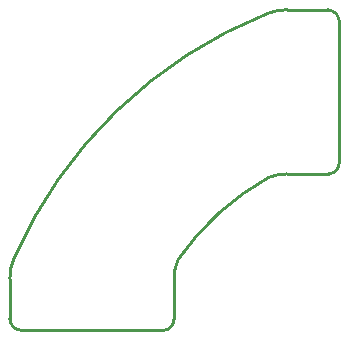
<source format=gko>
G04 Layer_Color=16711935*
%FSLAX44Y44*%
%MOMM*%
G71*
G01*
G75*
%ADD20C,0.2540*%
D20*
X0Y10000D02*
G03*
X10000Y0I10000J0D01*
G01*
X130000D02*
G03*
X139000Y10000I-500J9500D01*
G01*
X142500Y60000D02*
G03*
X139000Y42500I37000J-16500D01*
G01*
X235000Y132500D02*
G03*
X219173Y129541I144J-44576D01*
G01*
Y129541D02*
G03*
X142500Y60000I110725J-199119D01*
G01*
X270000Y132500D02*
G03*
X279000Y142500I-500J9500D01*
G01*
Y260000D02*
G03*
X269500Y271468I-10484J984D01*
G01*
X3500Y61000D02*
G03*
X0Y43500I37000J-16500D01*
G01*
X234500Y271468D02*
G03*
X218673Y268509I144J-44576D01*
G01*
Y268509D02*
G03*
X3500Y61000I145011J-365681D01*
G01*
X10000Y0D02*
X130000D01*
X139000Y10000D02*
Y42500D01*
X235000Y132500D02*
X270000D01*
X279000Y142500D02*
Y260000D01*
X0Y10000D02*
Y43500D01*
X234500Y271468D02*
X269500D01*
M02*

</source>
